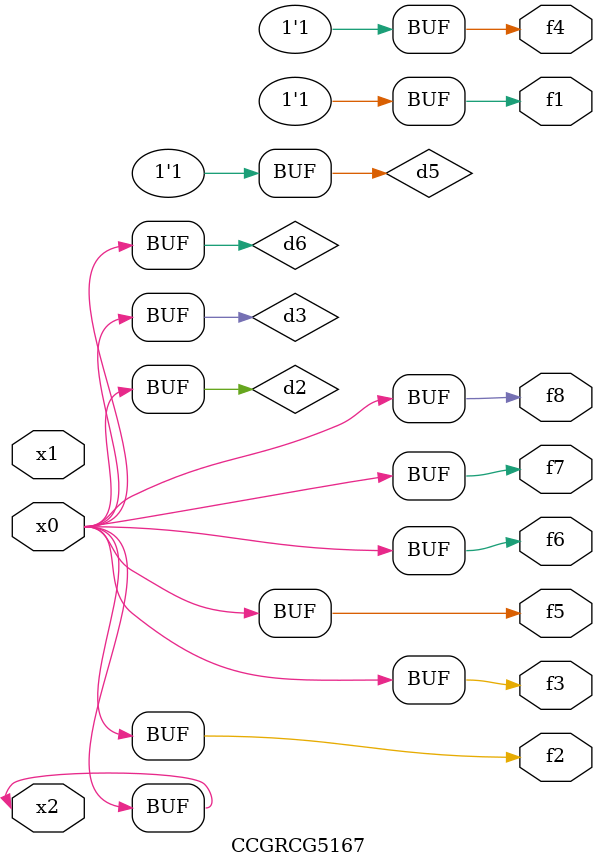
<source format=v>
module CCGRCG5167(
	input x0, x1, x2,
	output f1, f2, f3, f4, f5, f6, f7, f8
);

	wire d1, d2, d3, d4, d5, d6;

	xnor (d1, x2);
	buf (d2, x0, x2);
	and (d3, x0);
	xnor (d4, x1, x2);
	nand (d5, d1, d3);
	buf (d6, d2, d3);
	assign f1 = d5;
	assign f2 = d6;
	assign f3 = d6;
	assign f4 = d5;
	assign f5 = d6;
	assign f6 = d6;
	assign f7 = d6;
	assign f8 = d6;
endmodule

</source>
